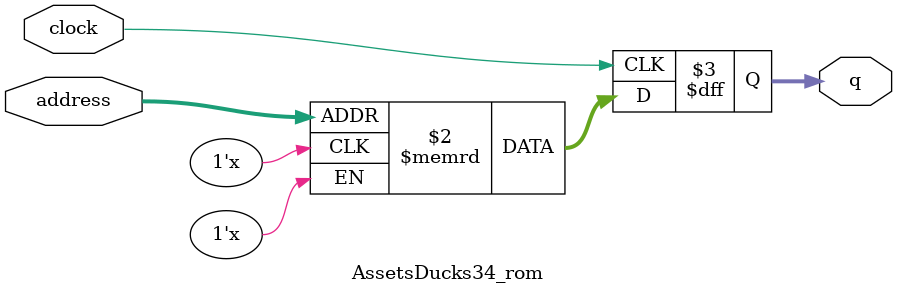
<source format=sv>
module AssetsDucks34_rom (
	input logic clock,
	input logic [11:0] address,
	output logic [3:0] q
);

logic [3:0] memory [0:4095] /* synthesis ram_init_file = "./AssetsDucks34/AssetsDucks34.mif" */;

always_ff @ (posedge clock) begin
	q <= memory[address];
end

endmodule

</source>
